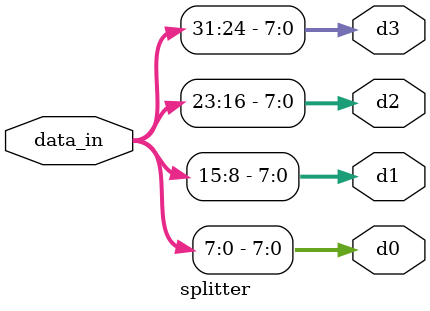
<source format=v>
`timescale 1ns / 1ps


module splitter(
input [31:0] data_in,
output [7:0] d0,
output [7:0] d1,
output [7:0] d2,
output [7:0] d3
    );
    
    assign d0 = data_in[7:0];
    assign d1 = data_in[15:8];
    assign d2 = data_in[23:16];
    assign d3 = data_in[31:24];
endmodule

</source>
